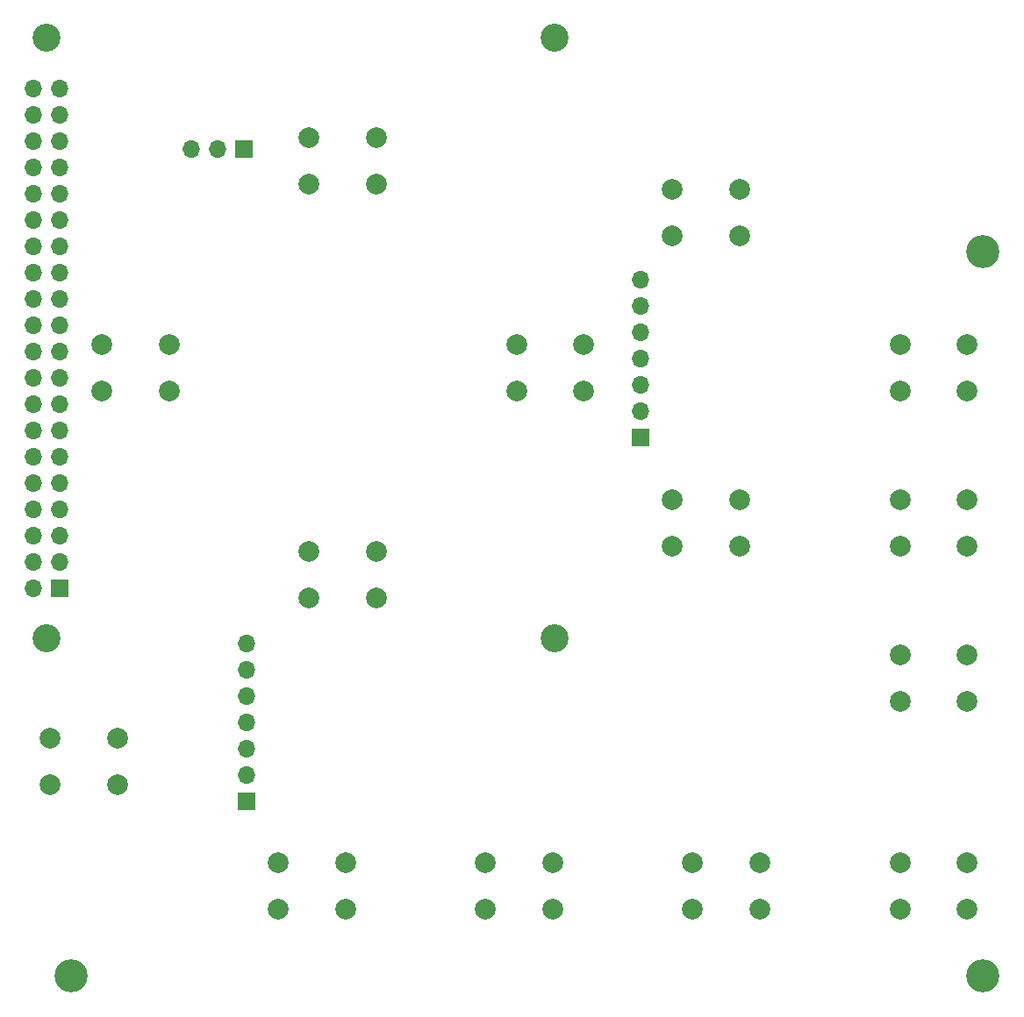
<source format=gbs>
%TF.GenerationSoftware,KiCad,Pcbnew,(5.0.0-3-g5ebb6b6)*%
%TF.CreationDate,2018-10-09T22:59:36+02:00*%
%TF.ProjectId,CNC_Control_Panel,434E435F436F6E74726F6C5F50616E65,rev?*%
%TF.SameCoordinates,Original*%
%TF.FileFunction,Soldermask,Bot*%
%TF.FilePolarity,Negative*%
%FSLAX46Y46*%
G04 Gerber Fmt 4.6, Leading zero omitted, Abs format (unit mm)*
G04 Created by KiCad (PCBNEW (5.0.0-3-g5ebb6b6)) date 2018 October 09, Tuesday 22:59:36*
%MOMM*%
%LPD*%
G01*
G04 APERTURE LIST*
%ADD10C,2.700000*%
%ADD11R,1.700000X1.700000*%
%ADD12O,1.700000X1.700000*%
%ADD13C,2.000000*%
%ADD14C,3.200000*%
G04 APERTURE END LIST*
D10*
X86906000Y-80875000D03*
D11*
X39176000Y-134005000D03*
D12*
X36636000Y-134005000D03*
X39176000Y-131465000D03*
X36636000Y-131465000D03*
X39176000Y-128925000D03*
X36636000Y-128925000D03*
X39176000Y-126385000D03*
X36636000Y-126385000D03*
X39176000Y-123845000D03*
X36636000Y-123845000D03*
X39176000Y-121305000D03*
X36636000Y-121305000D03*
X39176000Y-118765000D03*
X36636000Y-118765000D03*
X39176000Y-116225000D03*
X36636000Y-116225000D03*
X39176000Y-113685000D03*
X36636000Y-113685000D03*
X39176000Y-111145000D03*
X36636000Y-111145000D03*
X39176000Y-108605000D03*
X36636000Y-108605000D03*
X39176000Y-106065000D03*
X36636000Y-106065000D03*
X39176000Y-103525000D03*
X36636000Y-103525000D03*
X39176000Y-100985000D03*
X36636000Y-100985000D03*
X39176000Y-98445000D03*
X36636000Y-98445000D03*
X39176000Y-95905000D03*
X36636000Y-95905000D03*
X39176000Y-93365000D03*
X36636000Y-93365000D03*
X39176000Y-90825000D03*
X36636000Y-90825000D03*
X39176000Y-88285000D03*
X36636000Y-88285000D03*
X39176000Y-85745000D03*
X36636000Y-85745000D03*
D10*
X86906000Y-138875000D03*
X37906000Y-80875000D03*
X37906000Y-138875000D03*
D13*
X120272000Y-164978000D03*
X120272000Y-160478000D03*
X126772000Y-164978000D03*
X126772000Y-160478000D03*
X86772000Y-160478000D03*
X86772000Y-164978000D03*
X80272000Y-160478000D03*
X80272000Y-164978000D03*
X60272000Y-164978000D03*
X60272000Y-160478000D03*
X66772000Y-164978000D03*
X66772000Y-160478000D03*
X44772000Y-148478000D03*
X44772000Y-152978000D03*
X38272000Y-148478000D03*
X38272000Y-152978000D03*
X106772000Y-160478000D03*
X106772000Y-164978000D03*
X100272000Y-160478000D03*
X100272000Y-164978000D03*
X120272000Y-114978000D03*
X120272000Y-110478000D03*
X126772000Y-114978000D03*
X126772000Y-110478000D03*
X49772000Y-110478000D03*
X49772000Y-114978000D03*
X43272000Y-110478000D03*
X43272000Y-114978000D03*
X89772000Y-110478000D03*
X89772000Y-114978000D03*
X83272000Y-110478000D03*
X83272000Y-114978000D03*
X126772000Y-125478000D03*
X126772000Y-129978000D03*
X120272000Y-125478000D03*
X120272000Y-129978000D03*
X63272000Y-134978000D03*
X63272000Y-130478000D03*
X69772000Y-134978000D03*
X69772000Y-130478000D03*
X63272000Y-94978000D03*
X63272000Y-90478000D03*
X69772000Y-94978000D03*
X69772000Y-90478000D03*
X120272000Y-144978000D03*
X120272000Y-140478000D03*
X126772000Y-144978000D03*
X126772000Y-140478000D03*
X98272000Y-129978000D03*
X98272000Y-125478000D03*
X104772000Y-129978000D03*
X104772000Y-125478000D03*
X104772000Y-95478000D03*
X104772000Y-99978000D03*
X98272000Y-95478000D03*
X98272000Y-99978000D03*
D11*
X95272000Y-119478000D03*
D12*
X95272000Y-116938000D03*
X95272000Y-114398000D03*
X95272000Y-111858000D03*
X95272000Y-109318000D03*
X95272000Y-106778000D03*
X95272000Y-104238000D03*
D14*
X40272000Y-171478000D03*
X128272000Y-171478000D03*
X128272000Y-101478000D03*
D11*
X56956000Y-91587000D03*
D12*
X54416000Y-91587000D03*
X51876000Y-91587000D03*
D11*
X57210000Y-154579000D03*
D12*
X57210000Y-152039000D03*
X57210000Y-149499000D03*
X57210000Y-146959000D03*
X57210000Y-144419000D03*
X57210000Y-141879000D03*
X57210000Y-139339000D03*
M02*

</source>
